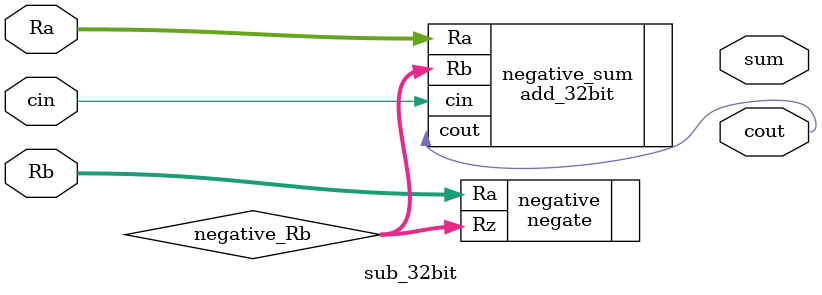
<source format=v>
module sub_32bit(input wire [31:0] Ra, input wire [31:0] Rb, input wire cin, output wire [31:0] sum, output wire cout);
	wire [31:0]negative_Rb;
	negate negative(.Ra(Rb),.Rz(negative_Rb));
	add_32bit negative_sum(.Ra(Ra), .Rb(negative_Rb), .cin(cin),.cout(cout));
endmodule
</source>
